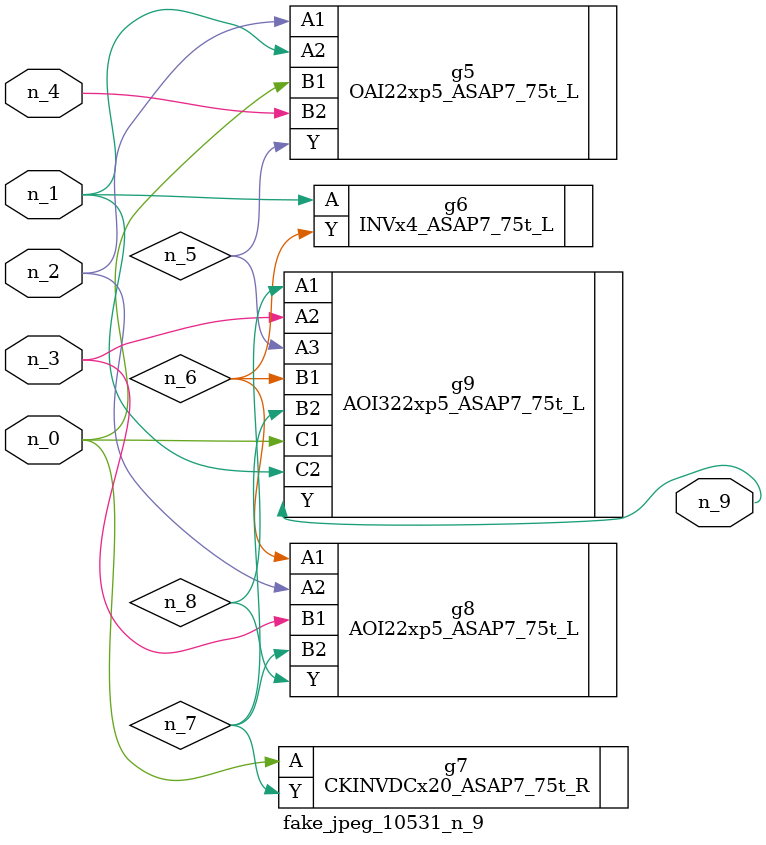
<source format=v>
module fake_jpeg_10531_n_9 (n_3, n_2, n_1, n_0, n_4, n_9);

input n_3;
input n_2;
input n_1;
input n_0;
input n_4;

output n_9;

wire n_8;
wire n_6;
wire n_5;
wire n_7;

OAI22xp5_ASAP7_75t_L g5 ( 
.A1(n_2),
.A2(n_1),
.B1(n_0),
.B2(n_4),
.Y(n_5)
);

INVx4_ASAP7_75t_L g6 ( 
.A(n_1),
.Y(n_6)
);

CKINVDCx20_ASAP7_75t_R g7 ( 
.A(n_0),
.Y(n_7)
);

AOI22xp5_ASAP7_75t_L g8 ( 
.A1(n_6),
.A2(n_2),
.B1(n_3),
.B2(n_7),
.Y(n_8)
);

AOI322xp5_ASAP7_75t_L g9 ( 
.A1(n_8),
.A2(n_3),
.A3(n_5),
.B1(n_6),
.B2(n_7),
.C1(n_0),
.C2(n_1),
.Y(n_9)
);


endmodule
</source>
